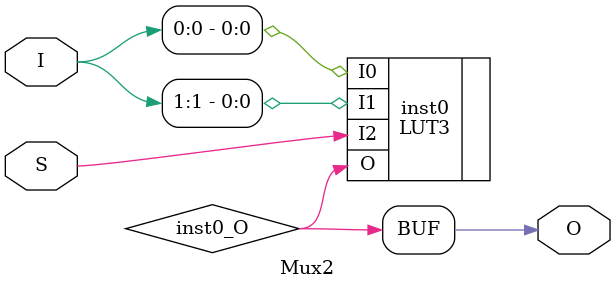
<source format=v>
module Mux2 (input [1:0] I, input  S, output  O);
wire  inst0_O;
LUT3 #(.INIT(8'hCA)) inst0 (.I0(I[0]), .I1(I[1]), .I2(S), .O(inst0_O));
assign O = inst0_O;
endmodule


</source>
